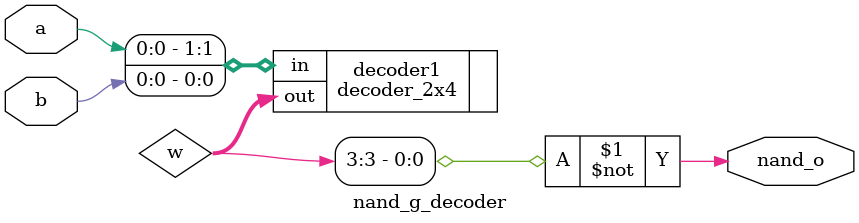
<source format=v>
`timescale 1ns / 1ps
module nand_g_decoder(
   input a,b,
	output nand_o
    );
wire [3:0] w;

decoder_2x4 decoder1(.in({a,b}),.out(w));


assign nand_o=~w[3];
endmodule

</source>
